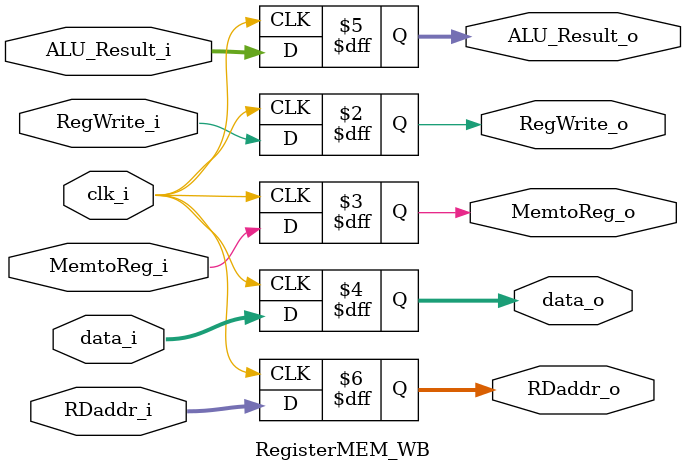
<source format=v>
module RegisterMEM_WB(
	clk_i      ,
    RegWrite_i ,
    MemtoReg_i  ,

    RegWrite_o ,
    MemtoReg_o  ,

    data_i ,
    ALU_Result_i ,
	RDaddr_i   ,
	
    data_o ,
    ALU_Result_o ,
	RDaddr_o
);

input clk_i;
input RegWrite_i, MemtoReg_i;
output reg RegWrite_o, MemtoReg_o;

input [31:0] data_i, ALU_Result_i;
output reg [31:0] data_o, ALU_Result_o;
input       [4:0]     RDaddr_i;
output reg  [4:0]     RDaddr_o;

always @(posedge clk_i) begin
    RegWrite_o <= RegWrite_i; 
    MemtoReg_o <= MemtoReg_i;
    data_o <= data_i;
    ALU_Result_o <= ALU_Result_i;
	RDaddr_o <= RDaddr_i;
end

endmodule

</source>
